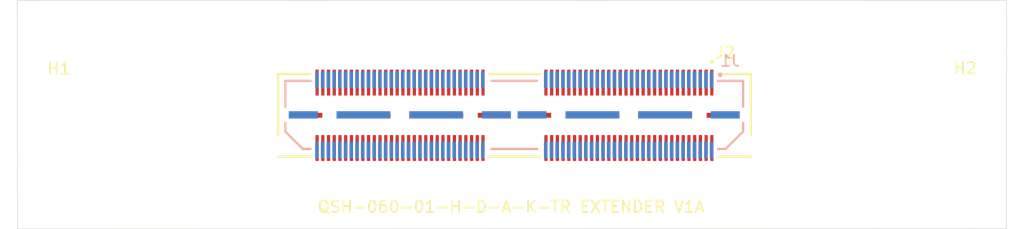
<source format=kicad_pcb>
(kicad_pcb (version 20171130) (host pcbnew 5.1.10-88a1d61d58~88~ubuntu18.04.1)

  (general
    (thickness 1.6)
    (drawings 5)
    (tracks 0)
    (zones 0)
    (modules 4)
    (nets 123)
  )

  (page A4)
  (layers
    (0 F.Cu signal)
    (31 B.Cu signal)
    (32 B.Adhes user)
    (33 F.Adhes user)
    (34 B.Paste user)
    (35 F.Paste user)
    (36 B.SilkS user)
    (37 F.SilkS user)
    (38 B.Mask user)
    (39 F.Mask user)
    (40 Dwgs.User user)
    (41 Cmts.User user)
    (42 Eco1.User user)
    (43 Eco2.User user)
    (44 Edge.Cuts user)
    (45 Margin user)
    (46 B.CrtYd user)
    (47 F.CrtYd user)
    (48 B.Fab user)
    (49 F.Fab user)
  )

  (setup
    (last_trace_width 0.25)
    (user_trace_width 0.2)
    (user_trace_width 0.3)
    (user_trace_width 0.35)
    (trace_clearance 0.2)
    (zone_clearance 0.508)
    (zone_45_only no)
    (trace_min 0.2)
    (via_size 0.8)
    (via_drill 0.4)
    (via_min_size 0.4)
    (via_min_drill 0.3)
    (uvia_size 0.3)
    (uvia_drill 0.1)
    (uvias_allowed no)
    (uvia_min_size 0.2)
    (uvia_min_drill 0.1)
    (edge_width 0.05)
    (segment_width 0.2)
    (pcb_text_width 0.3)
    (pcb_text_size 1.5 1.5)
    (mod_edge_width 0.12)
    (mod_text_size 1 1)
    (mod_text_width 0.15)
    (pad_size 1.524 1.524)
    (pad_drill 0.762)
    (pad_to_mask_clearance 0)
    (aux_axis_origin 0 0)
    (visible_elements FFFFFF7F)
    (pcbplotparams
      (layerselection 0x010f0_ffffffff)
      (usegerberextensions false)
      (usegerberattributes true)
      (usegerberadvancedattributes true)
      (creategerberjobfile true)
      (excludeedgelayer true)
      (linewidth 0.100000)
      (plotframeref false)
      (viasonmask false)
      (mode 1)
      (useauxorigin false)
      (hpglpennumber 1)
      (hpglpenspeed 20)
      (hpglpendiameter 15.000000)
      (psnegative false)
      (psa4output false)
      (plotreference true)
      (plotvalue true)
      (plotinvisibletext false)
      (padsonsilk false)
      (subtractmaskfromsilk false)
      (outputformat 1)
      (mirror false)
      (drillshape 0)
      (scaleselection 1)
      (outputdirectory "prod/V1A/"))
  )

  (net 0 "")
  (net 1 "Net-(J1-PadG1)")
  (net 2 "Net-(J1-Pad60)")
  (net 3 "Net-(J1-Pad59)")
  (net 4 "Net-(J1-Pad58)")
  (net 5 "Net-(J1-Pad57)")
  (net 6 "Net-(J1-Pad56)")
  (net 7 "Net-(J1-Pad55)")
  (net 8 "Net-(J1-Pad54)")
  (net 9 "Net-(J1-Pad53)")
  (net 10 "Net-(J1-Pad52)")
  (net 11 "Net-(J1-Pad51)")
  (net 12 "Net-(J1-Pad50)")
  (net 13 "Net-(J1-Pad49)")
  (net 14 "Net-(J1-Pad48)")
  (net 15 "Net-(J1-Pad47)")
  (net 16 "Net-(J1-Pad46)")
  (net 17 "Net-(J1-Pad45)")
  (net 18 "Net-(J1-Pad44)")
  (net 19 "Net-(J1-Pad43)")
  (net 20 "Net-(J1-Pad42)")
  (net 21 "Net-(J1-Pad41)")
  (net 22 "Net-(J1-Pad40)")
  (net 23 "Net-(J1-Pad39)")
  (net 24 "Net-(J1-Pad38)")
  (net 25 "Net-(J1-Pad37)")
  (net 26 "Net-(J1-Pad36)")
  (net 27 "Net-(J1-Pad35)")
  (net 28 "Net-(J1-Pad34)")
  (net 29 "Net-(J1-Pad33)")
  (net 30 "Net-(J1-Pad32)")
  (net 31 "Net-(J1-Pad31)")
  (net 32 "Net-(J1-Pad30)")
  (net 33 "Net-(J1-Pad29)")
  (net 34 "Net-(J1-Pad28)")
  (net 35 "Net-(J1-Pad27)")
  (net 36 "Net-(J1-Pad26)")
  (net 37 "Net-(J1-Pad25)")
  (net 38 "Net-(J1-Pad24)")
  (net 39 "Net-(J1-Pad23)")
  (net 40 "Net-(J1-Pad22)")
  (net 41 "Net-(J1-Pad21)")
  (net 42 "Net-(J1-Pad20)")
  (net 43 "Net-(J1-Pad19)")
  (net 44 "Net-(J1-Pad18)")
  (net 45 "Net-(J1-Pad17)")
  (net 46 "Net-(J1-Pad16)")
  (net 47 "Net-(J1-Pad15)")
  (net 48 "Net-(J1-Pad14)")
  (net 49 "Net-(J1-Pad13)")
  (net 50 "Net-(J1-Pad12)")
  (net 51 "Net-(J1-Pad11)")
  (net 52 "Net-(J1-Pad10)")
  (net 53 "Net-(J1-Pad09)")
  (net 54 "Net-(J1-Pad08)")
  (net 55 "Net-(J1-Pad07)")
  (net 56 "Net-(J1-Pad06)")
  (net 57 "Net-(J1-Pad05)")
  (net 58 "Net-(J1-Pad04)")
  (net 59 "Net-(J1-Pad03)")
  (net 60 "Net-(J1-Pad02)")
  (net 61 "Net-(J1-Pad01)")
  (net 62 "Net-(J2-PadG1_1)")
  (net 63 "Net-(J2-Pad60)")
  (net 64 "Net-(J2-Pad59)")
  (net 65 "Net-(J2-Pad58)")
  (net 66 "Net-(J2-Pad57)")
  (net 67 "Net-(J2-Pad56)")
  (net 68 "Net-(J2-Pad55)")
  (net 69 "Net-(J2-Pad54)")
  (net 70 "Net-(J2-Pad53)")
  (net 71 "Net-(J2-Pad52)")
  (net 72 "Net-(J2-Pad51)")
  (net 73 "Net-(J2-Pad50)")
  (net 74 "Net-(J2-Pad49)")
  (net 75 "Net-(J2-Pad48)")
  (net 76 "Net-(J2-Pad47)")
  (net 77 "Net-(J2-Pad46)")
  (net 78 "Net-(J2-Pad45)")
  (net 79 "Net-(J2-Pad44)")
  (net 80 "Net-(J2-Pad43)")
  (net 81 "Net-(J2-Pad42)")
  (net 82 "Net-(J2-Pad41)")
  (net 83 "Net-(J2-Pad40)")
  (net 84 "Net-(J2-Pad39)")
  (net 85 "Net-(J2-Pad38)")
  (net 86 "Net-(J2-Pad37)")
  (net 87 "Net-(J2-Pad36)")
  (net 88 "Net-(J2-Pad35)")
  (net 89 "Net-(J2-Pad34)")
  (net 90 "Net-(J2-Pad33)")
  (net 91 "Net-(J2-Pad32)")
  (net 92 "Net-(J2-Pad31)")
  (net 93 "Net-(J2-Pad30)")
  (net 94 "Net-(J2-Pad29)")
  (net 95 "Net-(J2-Pad28)")
  (net 96 "Net-(J2-Pad27)")
  (net 97 "Net-(J2-Pad26)")
  (net 98 "Net-(J2-Pad25)")
  (net 99 "Net-(J2-Pad24)")
  (net 100 "Net-(J2-Pad23)")
  (net 101 "Net-(J2-Pad22)")
  (net 102 "Net-(J2-Pad21)")
  (net 103 "Net-(J2-Pad20)")
  (net 104 "Net-(J2-Pad19)")
  (net 105 "Net-(J2-Pad18)")
  (net 106 "Net-(J2-Pad17)")
  (net 107 "Net-(J2-Pad16)")
  (net 108 "Net-(J2-Pad15)")
  (net 109 "Net-(J2-Pad14)")
  (net 110 "Net-(J2-Pad13)")
  (net 111 "Net-(J2-Pad12)")
  (net 112 "Net-(J2-Pad11)")
  (net 113 "Net-(J2-Pad10)")
  (net 114 "Net-(J2-Pad09)")
  (net 115 "Net-(J2-Pad08)")
  (net 116 "Net-(J2-Pad07)")
  (net 117 "Net-(J2-Pad06)")
  (net 118 "Net-(J2-Pad05)")
  (net 119 "Net-(J2-Pad04)")
  (net 120 "Net-(J2-Pad03)")
  (net 121 "Net-(J2-Pad02)")
  (net 122 "Net-(J2-Pad01)")

  (net_class Default "This is the default net class."
    (clearance 0.2)
    (trace_width 0.25)
    (via_dia 0.8)
    (via_drill 0.4)
    (uvia_dia 0.3)
    (uvia_drill 0.1)
    (add_net "Net-(J1-Pad01)")
    (add_net "Net-(J1-Pad02)")
    (add_net "Net-(J1-Pad03)")
    (add_net "Net-(J1-Pad04)")
    (add_net "Net-(J1-Pad05)")
    (add_net "Net-(J1-Pad06)")
    (add_net "Net-(J1-Pad07)")
    (add_net "Net-(J1-Pad08)")
    (add_net "Net-(J1-Pad09)")
    (add_net "Net-(J1-Pad10)")
    (add_net "Net-(J1-Pad11)")
    (add_net "Net-(J1-Pad12)")
    (add_net "Net-(J1-Pad13)")
    (add_net "Net-(J1-Pad14)")
    (add_net "Net-(J1-Pad15)")
    (add_net "Net-(J1-Pad16)")
    (add_net "Net-(J1-Pad17)")
    (add_net "Net-(J1-Pad18)")
    (add_net "Net-(J1-Pad19)")
    (add_net "Net-(J1-Pad20)")
    (add_net "Net-(J1-Pad21)")
    (add_net "Net-(J1-Pad22)")
    (add_net "Net-(J1-Pad23)")
    (add_net "Net-(J1-Pad24)")
    (add_net "Net-(J1-Pad25)")
    (add_net "Net-(J1-Pad26)")
    (add_net "Net-(J1-Pad27)")
    (add_net "Net-(J1-Pad28)")
    (add_net "Net-(J1-Pad29)")
    (add_net "Net-(J1-Pad30)")
    (add_net "Net-(J1-Pad31)")
    (add_net "Net-(J1-Pad32)")
    (add_net "Net-(J1-Pad33)")
    (add_net "Net-(J1-Pad34)")
    (add_net "Net-(J1-Pad35)")
    (add_net "Net-(J1-Pad36)")
    (add_net "Net-(J1-Pad37)")
    (add_net "Net-(J1-Pad38)")
    (add_net "Net-(J1-Pad39)")
    (add_net "Net-(J1-Pad40)")
    (add_net "Net-(J1-Pad41)")
    (add_net "Net-(J1-Pad42)")
    (add_net "Net-(J1-Pad43)")
    (add_net "Net-(J1-Pad44)")
    (add_net "Net-(J1-Pad45)")
    (add_net "Net-(J1-Pad46)")
    (add_net "Net-(J1-Pad47)")
    (add_net "Net-(J1-Pad48)")
    (add_net "Net-(J1-Pad49)")
    (add_net "Net-(J1-Pad50)")
    (add_net "Net-(J1-Pad51)")
    (add_net "Net-(J1-Pad52)")
    (add_net "Net-(J1-Pad53)")
    (add_net "Net-(J1-Pad54)")
    (add_net "Net-(J1-Pad55)")
    (add_net "Net-(J1-Pad56)")
    (add_net "Net-(J1-Pad57)")
    (add_net "Net-(J1-Pad58)")
    (add_net "Net-(J1-Pad59)")
    (add_net "Net-(J1-Pad60)")
    (add_net "Net-(J1-PadG1)")
    (add_net "Net-(J2-Pad01)")
    (add_net "Net-(J2-Pad02)")
    (add_net "Net-(J2-Pad03)")
    (add_net "Net-(J2-Pad04)")
    (add_net "Net-(J2-Pad05)")
    (add_net "Net-(J2-Pad06)")
    (add_net "Net-(J2-Pad07)")
    (add_net "Net-(J2-Pad08)")
    (add_net "Net-(J2-Pad09)")
    (add_net "Net-(J2-Pad10)")
    (add_net "Net-(J2-Pad11)")
    (add_net "Net-(J2-Pad12)")
    (add_net "Net-(J2-Pad13)")
    (add_net "Net-(J2-Pad14)")
    (add_net "Net-(J2-Pad15)")
    (add_net "Net-(J2-Pad16)")
    (add_net "Net-(J2-Pad17)")
    (add_net "Net-(J2-Pad18)")
    (add_net "Net-(J2-Pad19)")
    (add_net "Net-(J2-Pad20)")
    (add_net "Net-(J2-Pad21)")
    (add_net "Net-(J2-Pad22)")
    (add_net "Net-(J2-Pad23)")
    (add_net "Net-(J2-Pad24)")
    (add_net "Net-(J2-Pad25)")
    (add_net "Net-(J2-Pad26)")
    (add_net "Net-(J2-Pad27)")
    (add_net "Net-(J2-Pad28)")
    (add_net "Net-(J2-Pad29)")
    (add_net "Net-(J2-Pad30)")
    (add_net "Net-(J2-Pad31)")
    (add_net "Net-(J2-Pad32)")
    (add_net "Net-(J2-Pad33)")
    (add_net "Net-(J2-Pad34)")
    (add_net "Net-(J2-Pad35)")
    (add_net "Net-(J2-Pad36)")
    (add_net "Net-(J2-Pad37)")
    (add_net "Net-(J2-Pad38)")
    (add_net "Net-(J2-Pad39)")
    (add_net "Net-(J2-Pad40)")
    (add_net "Net-(J2-Pad41)")
    (add_net "Net-(J2-Pad42)")
    (add_net "Net-(J2-Pad43)")
    (add_net "Net-(J2-Pad44)")
    (add_net "Net-(J2-Pad45)")
    (add_net "Net-(J2-Pad46)")
    (add_net "Net-(J2-Pad47)")
    (add_net "Net-(J2-Pad48)")
    (add_net "Net-(J2-Pad49)")
    (add_net "Net-(J2-Pad50)")
    (add_net "Net-(J2-Pad51)")
    (add_net "Net-(J2-Pad52)")
    (add_net "Net-(J2-Pad53)")
    (add_net "Net-(J2-Pad54)")
    (add_net "Net-(J2-Pad55)")
    (add_net "Net-(J2-Pad56)")
    (add_net "Net-(J2-Pad57)")
    (add_net "Net-(J2-Pad58)")
    (add_net "Net-(J2-Pad59)")
    (add_net "Net-(J2-Pad60)")
    (add_net "Net-(J2-PadG1_1)")
  )

  (module footprints:SAMTEC_QSH-060-01-X-D-A (layer F.Cu) (tedit 61B177E7) (tstamp 61B25D91)
    (at 170.26005 100.065 180)
    (path /61B2FF73)
    (fp_text reference J2 (at -18.41995 5.485 180) (layer F.SilkS)
      (effects (font (size 1 1) (thickness 0.15)))
    )
    (fp_text value QSH-060-01-X-D-A (at -5.895 5.865) (layer F.Fab)
      (effects (font (size 1 1) (thickness 0.15)))
    )
    (fp_line (start 17.75 -3.62) (end 20.655 -3.62) (layer F.SilkS) (width 0.2))
    (fp_line (start 20.655 3.62) (end 17.75 3.62) (layer F.SilkS) (width 0.2))
    (fp_line (start 20.655 -1.75) (end 20.655 3.62) (layer F.SilkS) (width 0.2))
    (fp_line (start -2.26 3.62) (end 2.26 3.62) (layer F.SilkS) (width 0.2))
    (fp_line (start -2.26 -3.62) (end 2.26 -3.62) (layer F.SilkS) (width 0.2))
    (fp_line (start -17.75 3.62) (end -20.655 3.62) (layer F.SilkS) (width 0.2))
    (fp_line (start -20.655 -3.62) (end -17.75 -3.62) (layer F.SilkS) (width 0.2))
    (fp_line (start -20.655 3.62) (end -20.655 -1.75) (layer F.SilkS) (width 0.2))
    (fp_line (start -20.905 -4.25) (end -20.905 4.25) (layer F.CrtYd) (width 0.05))
    (fp_line (start 20.905 -4.25) (end -20.905 -4.25) (layer F.CrtYd) (width 0.05))
    (fp_line (start 20.905 4.25) (end 20.905 -4.25) (layer F.CrtYd) (width 0.05))
    (fp_line (start -20.905 4.25) (end 20.905 4.25) (layer F.CrtYd) (width 0.05))
    (fp_circle (center -17.2529 4.7) (end -17.1529 4.7) (layer F.Fab) (width 0.2))
    (fp_circle (center -17.2529 4.7) (end -17.1529 4.7) (layer F.SilkS) (width 0.2))
    (fp_line (start -20.655 3.62) (end -20.655 -3.62) (layer F.Fab) (width 0.1))
    (fp_line (start 20.655 3.62) (end -20.655 3.62) (layer F.Fab) (width 0.1))
    (fp_line (start 20.655 -3.62) (end 20.655 3.62) (layer F.Fab) (width 0.1))
    (fp_line (start -20.655 -3.62) (end 20.655 -3.62) (layer F.Fab) (width 0.1))
    (pad None np_thru_hole circle (at 20.065 -2.67 180) (size 1.02 1.02) (drill 1.02) (layers *.Cu *.Mask))
    (pad None np_thru_hole circle (at -20.065 -2.67 180) (size 1.02 1.02) (drill 1.02) (layers *.Cu *.Mask))
    (pad G2_4 smd rect (at 18.0665 0 180) (size 2.54 0.43) (layers F.Cu F.Paste F.Mask))
    (pad G2_3 smd rect (at 13.1765 0 180) (size 4.7 0.43) (layers F.Cu F.Paste F.Mask))
    (pad G2_2 smd rect (at 6.8265 0 180) (size 4.7 0.43) (layers F.Cu F.Paste F.Mask))
    (pad G2_1 smd rect (at 1.9365 0 180) (size 2.54 0.43) (layers F.Cu F.Paste F.Mask))
    (pad G1_4 smd rect (at -1.9365 0 180) (size 2.54 0.43) (layers F.Cu F.Paste F.Mask)
      (net 62 "Net-(J2-PadG1_1)"))
    (pad G1_3 smd rect (at -6.8265 0 180) (size 4.7 0.43) (layers F.Cu F.Paste F.Mask)
      (net 62 "Net-(J2-PadG1_1)"))
    (pad G1_2 smd rect (at -13.1765 0 180) (size 4.7 0.43) (layers F.Cu F.Paste F.Mask)
      (net 62 "Net-(J2-PadG1_1)"))
    (pad G1_1 smd rect (at -18.0665 0 180) (size 2.54 0.43) (layers F.Cu F.Paste F.Mask)
      (net 62 "Net-(J2-PadG1_1)"))
    (pad 120 smd rect (at 17.2529 -2.865 180) (size 0.279 2.27) (layers F.Cu F.Paste F.Mask))
    (pad 119 smd rect (at 17.2529 2.865 180) (size 0.279 2.27) (layers F.Cu F.Paste F.Mask))
    (pad 118 smd rect (at 16.7528 -2.865 180) (size 0.279 2.27) (layers F.Cu F.Paste F.Mask))
    (pad 117 smd rect (at 16.7528 2.865 180) (size 0.279 2.27) (layers F.Cu F.Paste F.Mask))
    (pad 116 smd rect (at 16.2527 -2.865 180) (size 0.279 2.27) (layers F.Cu F.Paste F.Mask))
    (pad 115 smd rect (at 16.2527 2.865 180) (size 0.279 2.27) (layers F.Cu F.Paste F.Mask))
    (pad 114 smd rect (at 15.7526 -2.865 180) (size 0.279 2.27) (layers F.Cu F.Paste F.Mask))
    (pad 113 smd rect (at 15.7526 2.865 180) (size 0.279 2.27) (layers F.Cu F.Paste F.Mask))
    (pad 112 smd rect (at 15.2525 -2.865 180) (size 0.279 2.27) (layers F.Cu F.Paste F.Mask))
    (pad 111 smd rect (at 15.2525 2.865 180) (size 0.279 2.27) (layers F.Cu F.Paste F.Mask))
    (pad 110 smd rect (at 14.7524 -2.865 180) (size 0.279 2.27) (layers F.Cu F.Paste F.Mask))
    (pad 109 smd rect (at 14.7524 2.865 180) (size 0.279 2.27) (layers F.Cu F.Paste F.Mask))
    (pad 108 smd rect (at 14.2523 -2.865 180) (size 0.279 2.27) (layers F.Cu F.Paste F.Mask))
    (pad 107 smd rect (at 14.2523 2.865 180) (size 0.279 2.27) (layers F.Cu F.Paste F.Mask))
    (pad 106 smd rect (at 13.7523 -2.865 180) (size 0.279 2.27) (layers F.Cu F.Paste F.Mask))
    (pad 105 smd rect (at 13.7523 2.865 180) (size 0.279 2.27) (layers F.Cu F.Paste F.Mask))
    (pad 104 smd rect (at 13.2522 -2.865 180) (size 0.279 2.27) (layers F.Cu F.Paste F.Mask))
    (pad 103 smd rect (at 13.2522 2.865 180) (size 0.279 2.27) (layers F.Cu F.Paste F.Mask))
    (pad 102 smd rect (at 12.7521 -2.865 180) (size 0.279 2.27) (layers F.Cu F.Paste F.Mask))
    (pad 101 smd rect (at 12.7521 2.865 180) (size 0.279 2.27) (layers F.Cu F.Paste F.Mask))
    (pad 100 smd rect (at 12.252 -2.865 180) (size 0.279 2.27) (layers F.Cu F.Paste F.Mask))
    (pad 99 smd rect (at 12.252 2.865 180) (size 0.279 2.27) (layers F.Cu F.Paste F.Mask))
    (pad 98 smd rect (at 11.7518 -2.865 180) (size 0.279 2.27) (layers F.Cu F.Paste F.Mask))
    (pad 97 smd rect (at 11.7518 2.865 180) (size 0.279 2.27) (layers F.Cu F.Paste F.Mask))
    (pad 96 smd rect (at 11.2517 -2.865 180) (size 0.279 2.27) (layers F.Cu F.Paste F.Mask))
    (pad 95 smd rect (at 11.2517 2.865 180) (size 0.279 2.27) (layers F.Cu F.Paste F.Mask))
    (pad 94 smd rect (at 10.7516 -2.865 180) (size 0.279 2.27) (layers F.Cu F.Paste F.Mask))
    (pad 93 smd rect (at 10.7516 2.865 180) (size 0.279 2.27) (layers F.Cu F.Paste F.Mask))
    (pad 92 smd rect (at 10.2515 -2.865 180) (size 0.279 2.27) (layers F.Cu F.Paste F.Mask))
    (pad 91 smd rect (at 10.2515 2.865 180) (size 0.279 2.27) (layers F.Cu F.Paste F.Mask))
    (pad 90 smd rect (at 9.75145 -2.865 180) (size 0.279 2.27) (layers F.Cu F.Paste F.Mask))
    (pad 89 smd rect (at 9.75145 2.865 180) (size 0.279 2.27) (layers F.Cu F.Paste F.Mask))
    (pad 88 smd rect (at 9.25135 -2.865 180) (size 0.279 2.27) (layers F.Cu F.Paste F.Mask))
    (pad 87 smd rect (at 9.25135 2.865 180) (size 0.279 2.27) (layers F.Cu F.Paste F.Mask))
    (pad 86 smd rect (at 8.75125 -2.865 180) (size 0.279 2.27) (layers F.Cu F.Paste F.Mask))
    (pad 85 smd rect (at 8.75125 2.865 180) (size 0.279 2.27) (layers F.Cu F.Paste F.Mask))
    (pad 84 smd rect (at 8.25115 -2.865 180) (size 0.279 2.27) (layers F.Cu F.Paste F.Mask))
    (pad 83 smd rect (at 8.25115 2.865 180) (size 0.279 2.27) (layers F.Cu F.Paste F.Mask))
    (pad 82 smd rect (at 7.75105 -2.865 180) (size 0.279 2.27) (layers F.Cu F.Paste F.Mask))
    (pad 81 smd rect (at 7.75105 2.865 180) (size 0.279 2.27) (layers F.Cu F.Paste F.Mask))
    (pad 80 smd rect (at 7.25095 -2.865 180) (size 0.279 2.27) (layers F.Cu F.Paste F.Mask))
    (pad 79 smd rect (at 7.25095 2.865 180) (size 0.279 2.27) (layers F.Cu F.Paste F.Mask))
    (pad 78 smd rect (at 6.75085 -2.865 180) (size 0.279 2.27) (layers F.Cu F.Paste F.Mask))
    (pad 77 smd rect (at 6.75085 2.865 180) (size 0.279 2.27) (layers F.Cu F.Paste F.Mask))
    (pad 76 smd rect (at 6.25075 -2.865 180) (size 0.279 2.27) (layers F.Cu F.Paste F.Mask))
    (pad 75 smd rect (at 6.25075 2.865 180) (size 0.279 2.27) (layers F.Cu F.Paste F.Mask))
    (pad 74 smd rect (at 5.75065 -2.865 180) (size 0.279 2.27) (layers F.Cu F.Paste F.Mask))
    (pad 73 smd rect (at 5.75065 2.865 180) (size 0.279 2.27) (layers F.Cu F.Paste F.Mask))
    (pad 72 smd rect (at 5.25055 -2.865 180) (size 0.279 2.27) (layers F.Cu F.Paste F.Mask))
    (pad 71 smd rect (at 5.25055 2.865 180) (size 0.279 2.27) (layers F.Cu F.Paste F.Mask))
    (pad 70 smd rect (at 4.75045 -2.865 180) (size 0.279 2.27) (layers F.Cu F.Paste F.Mask))
    (pad 69 smd rect (at 4.75045 2.865 180) (size 0.279 2.27) (layers F.Cu F.Paste F.Mask))
    (pad 68 smd rect (at 4.25035 -2.865 180) (size 0.279 2.27) (layers F.Cu F.Paste F.Mask))
    (pad 67 smd rect (at 4.25035 2.865 180) (size 0.279 2.27) (layers F.Cu F.Paste F.Mask))
    (pad 66 smd rect (at 3.75025 -2.865 180) (size 0.279 2.27) (layers F.Cu F.Paste F.Mask))
    (pad 65 smd rect (at 3.75025 2.865 180) (size 0.279 2.27) (layers F.Cu F.Paste F.Mask))
    (pad 64 smd rect (at 3.25015 -2.865 180) (size 0.279 2.27) (layers F.Cu F.Paste F.Mask))
    (pad 63 smd rect (at 3.25015 2.865 180) (size 0.279 2.27) (layers F.Cu F.Paste F.Mask))
    (pad 62 smd rect (at 2.75005 -2.865 180) (size 0.279 2.27) (layers F.Cu F.Paste F.Mask))
    (pad 61 smd rect (at 2.75005 2.865 180) (size 0.279 2.27) (layers F.Cu F.Paste F.Mask))
    (pad 60 smd rect (at -2.75005 -2.865 180) (size 0.279 2.27) (layers F.Cu F.Paste F.Mask)
      (net 63 "Net-(J2-Pad60)"))
    (pad 59 smd rect (at -2.75005 2.865 180) (size 0.279 2.27) (layers F.Cu F.Paste F.Mask)
      (net 64 "Net-(J2-Pad59)"))
    (pad 58 smd rect (at -3.25015 -2.865 180) (size 0.279 2.27) (layers F.Cu F.Paste F.Mask)
      (net 65 "Net-(J2-Pad58)"))
    (pad 57 smd rect (at -3.25015 2.865 180) (size 0.279 2.27) (layers F.Cu F.Paste F.Mask)
      (net 66 "Net-(J2-Pad57)"))
    (pad 56 smd rect (at -3.75025 -2.865 180) (size 0.279 2.27) (layers F.Cu F.Paste F.Mask)
      (net 67 "Net-(J2-Pad56)"))
    (pad 55 smd rect (at -3.75025 2.865 180) (size 0.279 2.27) (layers F.Cu F.Paste F.Mask)
      (net 68 "Net-(J2-Pad55)"))
    (pad 54 smd rect (at -4.25035 -2.865 180) (size 0.279 2.27) (layers F.Cu F.Paste F.Mask)
      (net 69 "Net-(J2-Pad54)"))
    (pad 53 smd rect (at -4.25035 2.865 180) (size 0.279 2.27) (layers F.Cu F.Paste F.Mask)
      (net 70 "Net-(J2-Pad53)"))
    (pad 52 smd rect (at -4.75045 -2.865 180) (size 0.279 2.27) (layers F.Cu F.Paste F.Mask)
      (net 71 "Net-(J2-Pad52)"))
    (pad 51 smd rect (at -4.75045 2.865 180) (size 0.279 2.27) (layers F.Cu F.Paste F.Mask)
      (net 72 "Net-(J2-Pad51)"))
    (pad 50 smd rect (at -5.25055 -2.865 180) (size 0.279 2.27) (layers F.Cu F.Paste F.Mask)
      (net 73 "Net-(J2-Pad50)"))
    (pad 49 smd rect (at -5.25055 2.865 180) (size 0.279 2.27) (layers F.Cu F.Paste F.Mask)
      (net 74 "Net-(J2-Pad49)"))
    (pad 48 smd rect (at -5.75065 -2.865 180) (size 0.279 2.27) (layers F.Cu F.Paste F.Mask)
      (net 75 "Net-(J2-Pad48)"))
    (pad 47 smd rect (at -5.75065 2.865 180) (size 0.279 2.27) (layers F.Cu F.Paste F.Mask)
      (net 76 "Net-(J2-Pad47)"))
    (pad 46 smd rect (at -6.25075 -2.865 180) (size 0.279 2.27) (layers F.Cu F.Paste F.Mask)
      (net 77 "Net-(J2-Pad46)"))
    (pad 45 smd rect (at -6.25075 2.865 180) (size 0.279 2.27) (layers F.Cu F.Paste F.Mask)
      (net 78 "Net-(J2-Pad45)"))
    (pad 44 smd rect (at -6.75085 -2.865 180) (size 0.279 2.27) (layers F.Cu F.Paste F.Mask)
      (net 79 "Net-(J2-Pad44)"))
    (pad 43 smd rect (at -6.75085 2.865 180) (size 0.279 2.27) (layers F.Cu F.Paste F.Mask)
      (net 80 "Net-(J2-Pad43)"))
    (pad 42 smd rect (at -7.25095 -2.865 180) (size 0.279 2.27) (layers F.Cu F.Paste F.Mask)
      (net 81 "Net-(J2-Pad42)"))
    (pad 41 smd rect (at -7.25095 2.865 180) (size 0.279 2.27) (layers F.Cu F.Paste F.Mask)
      (net 82 "Net-(J2-Pad41)"))
    (pad 40 smd rect (at -7.75105 -2.865 180) (size 0.279 2.27) (layers F.Cu F.Paste F.Mask)
      (net 83 "Net-(J2-Pad40)"))
    (pad 39 smd rect (at -7.75105 2.865 180) (size 0.279 2.27) (layers F.Cu F.Paste F.Mask)
      (net 84 "Net-(J2-Pad39)"))
    (pad 38 smd rect (at -8.25115 -2.865 180) (size 0.279 2.27) (layers F.Cu F.Paste F.Mask)
      (net 85 "Net-(J2-Pad38)"))
    (pad 37 smd rect (at -8.25115 2.865 180) (size 0.279 2.27) (layers F.Cu F.Paste F.Mask)
      (net 86 "Net-(J2-Pad37)"))
    (pad 36 smd rect (at -8.75125 -2.865 180) (size 0.279 2.27) (layers F.Cu F.Paste F.Mask)
      (net 87 "Net-(J2-Pad36)"))
    (pad 35 smd rect (at -8.75125 2.865 180) (size 0.279 2.27) (layers F.Cu F.Paste F.Mask)
      (net 88 "Net-(J2-Pad35)"))
    (pad 34 smd rect (at -9.25135 -2.865 180) (size 0.279 2.27) (layers F.Cu F.Paste F.Mask)
      (net 89 "Net-(J2-Pad34)"))
    (pad 33 smd rect (at -9.25135 2.865 180) (size 0.279 2.27) (layers F.Cu F.Paste F.Mask)
      (net 90 "Net-(J2-Pad33)"))
    (pad 32 smd rect (at -9.75145 -2.865 180) (size 0.279 2.27) (layers F.Cu F.Paste F.Mask)
      (net 91 "Net-(J2-Pad32)"))
    (pad 31 smd rect (at -9.75145 2.865 180) (size 0.279 2.27) (layers F.Cu F.Paste F.Mask)
      (net 92 "Net-(J2-Pad31)"))
    (pad 30 smd rect (at -10.2515 -2.865 180) (size 0.279 2.27) (layers F.Cu F.Paste F.Mask)
      (net 93 "Net-(J2-Pad30)"))
    (pad 29 smd rect (at -10.2515 2.865 180) (size 0.279 2.27) (layers F.Cu F.Paste F.Mask)
      (net 94 "Net-(J2-Pad29)"))
    (pad 28 smd rect (at -10.7516 -2.865 180) (size 0.279 2.27) (layers F.Cu F.Paste F.Mask)
      (net 95 "Net-(J2-Pad28)"))
    (pad 27 smd rect (at -10.7516 2.865 180) (size 0.279 2.27) (layers F.Cu F.Paste F.Mask)
      (net 96 "Net-(J2-Pad27)"))
    (pad 26 smd rect (at -11.2517 -2.865 180) (size 0.279 2.27) (layers F.Cu F.Paste F.Mask)
      (net 97 "Net-(J2-Pad26)"))
    (pad 25 smd rect (at -11.2517 2.865 180) (size 0.279 2.27) (layers F.Cu F.Paste F.Mask)
      (net 98 "Net-(J2-Pad25)"))
    (pad 24 smd rect (at -11.7518 -2.865 180) (size 0.279 2.27) (layers F.Cu F.Paste F.Mask)
      (net 99 "Net-(J2-Pad24)"))
    (pad 23 smd rect (at -11.7518 2.865 180) (size 0.279 2.27) (layers F.Cu F.Paste F.Mask)
      (net 100 "Net-(J2-Pad23)"))
    (pad 22 smd rect (at -12.252 -2.865 180) (size 0.279 2.27) (layers F.Cu F.Paste F.Mask)
      (net 101 "Net-(J2-Pad22)"))
    (pad 21 smd rect (at -12.252 2.865 180) (size 0.279 2.27) (layers F.Cu F.Paste F.Mask)
      (net 102 "Net-(J2-Pad21)"))
    (pad 20 smd rect (at -12.7521 -2.865 180) (size 0.279 2.27) (layers F.Cu F.Paste F.Mask)
      (net 103 "Net-(J2-Pad20)"))
    (pad 19 smd rect (at -12.7521 2.865 180) (size 0.279 2.27) (layers F.Cu F.Paste F.Mask)
      (net 104 "Net-(J2-Pad19)"))
    (pad 18 smd rect (at -13.2522 -2.865 180) (size 0.279 2.27) (layers F.Cu F.Paste F.Mask)
      (net 105 "Net-(J2-Pad18)"))
    (pad 17 smd rect (at -13.2522 2.865 180) (size 0.279 2.27) (layers F.Cu F.Paste F.Mask)
      (net 106 "Net-(J2-Pad17)"))
    (pad 16 smd rect (at -13.7523 -2.865 180) (size 0.279 2.27) (layers F.Cu F.Paste F.Mask)
      (net 107 "Net-(J2-Pad16)"))
    (pad 15 smd rect (at -13.7523 2.865 180) (size 0.279 2.27) (layers F.Cu F.Paste F.Mask)
      (net 108 "Net-(J2-Pad15)"))
    (pad 14 smd rect (at -14.2523 -2.865 180) (size 0.279 2.27) (layers F.Cu F.Paste F.Mask)
      (net 109 "Net-(J2-Pad14)"))
    (pad 13 smd rect (at -14.2523 2.865 180) (size 0.279 2.27) (layers F.Cu F.Paste F.Mask)
      (net 110 "Net-(J2-Pad13)"))
    (pad 12 smd rect (at -14.7524 -2.865 180) (size 0.279 2.27) (layers F.Cu F.Paste F.Mask)
      (net 111 "Net-(J2-Pad12)"))
    (pad 11 smd rect (at -14.7524 2.865 180) (size 0.279 2.27) (layers F.Cu F.Paste F.Mask)
      (net 112 "Net-(J2-Pad11)"))
    (pad 10 smd rect (at -15.2525 -2.865 180) (size 0.279 2.27) (layers F.Cu F.Paste F.Mask)
      (net 113 "Net-(J2-Pad10)"))
    (pad 09 smd rect (at -15.2525 2.865 180) (size 0.279 2.27) (layers F.Cu F.Paste F.Mask)
      (net 114 "Net-(J2-Pad09)"))
    (pad 08 smd rect (at -15.7526 -2.865 180) (size 0.279 2.27) (layers F.Cu F.Paste F.Mask)
      (net 115 "Net-(J2-Pad08)"))
    (pad 07 smd rect (at -15.7526 2.865 180) (size 0.279 2.27) (layers F.Cu F.Paste F.Mask)
      (net 116 "Net-(J2-Pad07)"))
    (pad 06 smd rect (at -16.2527 -2.865 180) (size 0.279 2.27) (layers F.Cu F.Paste F.Mask)
      (net 117 "Net-(J2-Pad06)"))
    (pad 05 smd rect (at -16.2527 2.865 180) (size 0.279 2.27) (layers F.Cu F.Paste F.Mask)
      (net 118 "Net-(J2-Pad05)"))
    (pad 04 smd rect (at -16.7528 -2.865 180) (size 0.279 2.27) (layers F.Cu F.Paste F.Mask)
      (net 119 "Net-(J2-Pad04)"))
    (pad 03 smd rect (at -16.7528 2.865 180) (size 0.279 2.27) (layers F.Cu F.Paste F.Mask)
      (net 120 "Net-(J2-Pad03)"))
    (pad 02 smd rect (at -17.2529 -2.865 180) (size 0.279 2.27) (layers F.Cu F.Paste F.Mask)
      (net 121 "Net-(J2-Pad02)"))
    (pad 01 smd rect (at -17.2529 2.865 180) (size 0.279 2.27) (layers F.Cu F.Paste F.Mask)
      (net 122 "Net-(J2-Pad01)"))
    (model ${KIPRJMOD}/3d_models/QSH-060-01-X-D-A.step
      (at (xyz 0 0 0))
      (scale (xyz 1 1 1))
      (rotate (xyz -90 0 0))
    )
  )

  (module footprints:SAMTEC_QTH-060-01-X-D-A (layer B.Cu) (tedit 61B17812) (tstamp 61B25CF9)
    (at 170.24 100.03 180)
    (path /61B2B6C8)
    (fp_text reference J1 (at -18.86 4.75) (layer B.SilkS)
      (effects (font (size 1 1) (thickness 0.15)) (justify mirror))
    )
    (fp_text value QTH-060-01-X-D-A (at -5.395 -5.465) (layer B.Fab)
      (effects (font (size 1 1) (thickness 0.15)) (justify mirror))
    )
    (fp_line (start -2 -2.985) (end 2 -2.985) (layer B.SilkS) (width 0.2))
    (fp_line (start -2 2.985) (end 2 2.985) (layer B.SilkS) (width 0.2))
    (fp_line (start -20.25 -4.065) (end -20.25 4.065) (layer B.CrtYd) (width 0.05))
    (fp_line (start 20.25 -4.065) (end -20.25 -4.065) (layer B.CrtYd) (width 0.05))
    (fp_line (start 20.25 4.065) (end 20.25 -4.065) (layer B.CrtYd) (width 0.05))
    (fp_line (start -20.25 4.065) (end 20.25 4.065) (layer B.CrtYd) (width 0.05))
    (fp_circle (center -18 3.5) (end -17.9 3.5) (layer B.Fab) (width 0.2))
    (fp_circle (center -18 3.5) (end -17.9 3.5) (layer B.SilkS) (width 0.2))
    (fp_line (start 18.476 -2.985) (end 17.8 -2.985) (layer B.SilkS) (width 0.2))
    (fp_line (start 20.005 2.985) (end 17.8 2.985) (layer B.SilkS) (width 0.2))
    (fp_line (start 20.005 -1.461) (end 20.005 -0.7) (layer B.SilkS) (width 0.2))
    (fp_line (start 20.005 0.7) (end 20.005 2.985) (layer B.SilkS) (width 0.2))
    (fp_line (start -18.476 -2.985) (end -17.8 -2.985) (layer B.SilkS) (width 0.2))
    (fp_line (start -20.005 2.985) (end -17.8 2.985) (layer B.SilkS) (width 0.2))
    (fp_line (start -20.005 0.7) (end -20.005 2.985) (layer B.SilkS) (width 0.2))
    (fp_line (start -20.005 -1.461) (end -20.005 -0.7) (layer B.SilkS) (width 0.2))
    (fp_line (start 20.005 -1.461) (end 18.476 -2.985) (layer B.SilkS) (width 0.2))
    (fp_line (start -18.476 -2.985) (end -20.005 -1.461) (layer B.SilkS) (width 0.2))
    (fp_line (start -20.005 -1.461) (end -20.005 2.985) (layer B.Fab) (width 0.1))
    (fp_line (start -18.476 -2.985) (end -20.005 -1.461) (layer B.Fab) (width 0.1))
    (fp_line (start 18.476 -2.985) (end -18.476 -2.985) (layer B.Fab) (width 0.1))
    (fp_line (start 20.005 -1.461) (end 18.476 -2.985) (layer B.Fab) (width 0.1))
    (fp_line (start 20.005 2.985) (end 20.005 -1.461) (layer B.Fab) (width 0.1))
    (fp_line (start -20.005 2.985) (end 20.005 2.985) (layer B.Fab) (width 0.1))
    (pad G7 smd rect (at 13.181 0 180) (size 4.7 0.64) (layers B.Cu B.Paste B.Mask)
      (net 1 "Net-(J1-PadG1)"))
    (pad G6 smd rect (at 6.831 0 180) (size 4.7 0.64) (layers B.Cu B.Paste B.Mask)
      (net 1 "Net-(J1-PadG1)"))
    (pad G8 smd rect (at 18.44 0 180) (size 2.54 0.64) (layers B.Cu B.Paste B.Mask)
      (net 1 "Net-(J1-PadG1)"))
    (pad G5 smd rect (at 1.56 0 180) (size 2.54 0.64) (layers B.Cu B.Paste B.Mask)
      (net 1 "Net-(J1-PadG1)"))
    (pad 120 smd rect (at 17.25 -3.086 180) (size 0.305 1.45) (layers B.Cu B.Paste B.Mask))
    (pad 119 smd rect (at 17.25 3.086 180) (size 0.305 1.45) (layers B.Cu B.Paste B.Mask))
    (pad 118 smd rect (at 16.75 -3.086 180) (size 0.305 1.45) (layers B.Cu B.Paste B.Mask))
    (pad 117 smd rect (at 16.75 3.086 180) (size 0.305 1.45) (layers B.Cu B.Paste B.Mask))
    (pad 116 smd rect (at 16.25 -3.086 180) (size 0.305 1.45) (layers B.Cu B.Paste B.Mask))
    (pad 115 smd rect (at 16.25 3.086 180) (size 0.305 1.45) (layers B.Cu B.Paste B.Mask))
    (pad 114 smd rect (at 15.75 -3.086 180) (size 0.305 1.45) (layers B.Cu B.Paste B.Mask))
    (pad 113 smd rect (at 15.75 3.086 180) (size 0.305 1.45) (layers B.Cu B.Paste B.Mask))
    (pad 112 smd rect (at 15.25 -3.086 180) (size 0.305 1.45) (layers B.Cu B.Paste B.Mask))
    (pad 111 smd rect (at 15.25 3.086 180) (size 0.305 1.45) (layers B.Cu B.Paste B.Mask))
    (pad 110 smd rect (at 14.75 -3.086 180) (size 0.305 1.45) (layers B.Cu B.Paste B.Mask))
    (pad 109 smd rect (at 14.75 3.086 180) (size 0.305 1.45) (layers B.Cu B.Paste B.Mask))
    (pad 108 smd rect (at 14.25 -3.086 180) (size 0.305 1.45) (layers B.Cu B.Paste B.Mask))
    (pad 107 smd rect (at 14.25 3.086 180) (size 0.305 1.45) (layers B.Cu B.Paste B.Mask))
    (pad 106 smd rect (at 13.75 -3.086 180) (size 0.305 1.45) (layers B.Cu B.Paste B.Mask))
    (pad 105 smd rect (at 13.75 3.086 180) (size 0.305 1.45) (layers B.Cu B.Paste B.Mask))
    (pad 104 smd rect (at 13.25 -3.086 180) (size 0.305 1.45) (layers B.Cu B.Paste B.Mask))
    (pad 103 smd rect (at 13.25 3.086 180) (size 0.305 1.45) (layers B.Cu B.Paste B.Mask))
    (pad 102 smd rect (at 12.75 -3.086 180) (size 0.305 1.45) (layers B.Cu B.Paste B.Mask))
    (pad 101 smd rect (at 12.75 3.086 180) (size 0.305 1.45) (layers B.Cu B.Paste B.Mask))
    (pad 100 smd rect (at 12.25 -3.086 180) (size 0.305 1.45) (layers B.Cu B.Paste B.Mask))
    (pad 99 smd rect (at 12.25 3.086 180) (size 0.305 1.45) (layers B.Cu B.Paste B.Mask))
    (pad 98 smd rect (at 11.75 -3.086 180) (size 0.305 1.45) (layers B.Cu B.Paste B.Mask))
    (pad 97 smd rect (at 11.75 3.086 180) (size 0.305 1.45) (layers B.Cu B.Paste B.Mask))
    (pad 96 smd rect (at 11.25 -3.086 180) (size 0.305 1.45) (layers B.Cu B.Paste B.Mask))
    (pad 95 smd rect (at 11.25 3.086 180) (size 0.305 1.45) (layers B.Cu B.Paste B.Mask))
    (pad 94 smd rect (at 10.75 -3.086 180) (size 0.305 1.45) (layers B.Cu B.Paste B.Mask))
    (pad 93 smd rect (at 10.75 3.086 180) (size 0.305 1.45) (layers B.Cu B.Paste B.Mask))
    (pad 92 smd rect (at 10.25 -3.086 180) (size 0.305 1.45) (layers B.Cu B.Paste B.Mask))
    (pad 91 smd rect (at 10.25 3.086 180) (size 0.305 1.45) (layers B.Cu B.Paste B.Mask))
    (pad 90 smd rect (at 9.75 -3.086 180) (size 0.305 1.45) (layers B.Cu B.Paste B.Mask))
    (pad 89 smd rect (at 9.75 3.086 180) (size 0.305 1.45) (layers B.Cu B.Paste B.Mask))
    (pad 88 smd rect (at 9.25 -3.086 180) (size 0.305 1.45) (layers B.Cu B.Paste B.Mask))
    (pad 87 smd rect (at 9.25 3.086 180) (size 0.305 1.45) (layers B.Cu B.Paste B.Mask))
    (pad 86 smd rect (at 8.75 -3.086 180) (size 0.305 1.45) (layers B.Cu B.Paste B.Mask))
    (pad 85 smd rect (at 8.75 3.086 180) (size 0.305 1.45) (layers B.Cu B.Paste B.Mask))
    (pad 84 smd rect (at 8.25 -3.086 180) (size 0.305 1.45) (layers B.Cu B.Paste B.Mask))
    (pad 83 smd rect (at 8.25 3.086 180) (size 0.305 1.45) (layers B.Cu B.Paste B.Mask))
    (pad 82 smd rect (at 7.75 -3.086 180) (size 0.305 1.45) (layers B.Cu B.Paste B.Mask))
    (pad 81 smd rect (at 7.75 3.086 180) (size 0.305 1.45) (layers B.Cu B.Paste B.Mask))
    (pad 80 smd rect (at 7.25 -3.086 180) (size 0.305 1.45) (layers B.Cu B.Paste B.Mask))
    (pad 79 smd rect (at 7.25 3.086 180) (size 0.305 1.45) (layers B.Cu B.Paste B.Mask))
    (pad 78 smd rect (at 6.75 -3.086 180) (size 0.305 1.45) (layers B.Cu B.Paste B.Mask))
    (pad 77 smd rect (at 6.75 3.086 180) (size 0.305 1.45) (layers B.Cu B.Paste B.Mask))
    (pad 76 smd rect (at 6.25 -3.09 180) (size 0.305 1.45) (layers B.Cu B.Paste B.Mask))
    (pad 75 smd rect (at 6.25 3.086 180) (size 0.305 1.45) (layers B.Cu B.Paste B.Mask))
    (pad 74 smd rect (at 5.75 -3.086 180) (size 0.305 1.45) (layers B.Cu B.Paste B.Mask))
    (pad 73 smd rect (at 5.75 3.086 180) (size 0.305 1.45) (layers B.Cu B.Paste B.Mask))
    (pad 72 smd rect (at 5.25 -3.086 180) (size 0.305 1.45) (layers B.Cu B.Paste B.Mask))
    (pad 71 smd rect (at 5.25 3.086 180) (size 0.305 1.45) (layers B.Cu B.Paste B.Mask))
    (pad 70 smd rect (at 4.75 -3.086 180) (size 0.305 1.45) (layers B.Cu B.Paste B.Mask))
    (pad 69 smd rect (at 4.75 3.086 180) (size 0.305 1.45) (layers B.Cu B.Paste B.Mask))
    (pad 68 smd rect (at 4.25 -3.086 180) (size 0.305 1.45) (layers B.Cu B.Paste B.Mask))
    (pad 67 smd rect (at 4.25 3.086 180) (size 0.305 1.45) (layers B.Cu B.Paste B.Mask))
    (pad 66 smd rect (at 3.75 -3.086 180) (size 0.305 1.45) (layers B.Cu B.Paste B.Mask))
    (pad 65 smd rect (at 3.75 3.086 180) (size 0.305 1.45) (layers B.Cu B.Paste B.Mask))
    (pad 64 smd rect (at 3.25 -3.086 180) (size 0.305 1.45) (layers B.Cu B.Paste B.Mask))
    (pad 63 smd rect (at 3.25 3.086 180) (size 0.305 1.45) (layers B.Cu B.Paste B.Mask))
    (pad 62 smd rect (at 2.75 -3.086 180) (size 0.305 1.45) (layers B.Cu B.Paste B.Mask))
    (pad 61 smd rect (at 2.75 3.086 180) (size 0.305 1.45) (layers B.Cu B.Paste B.Mask))
    (pad G3 smd rect (at -6.831 0 180) (size 4.7 0.64) (layers B.Cu B.Paste B.Mask)
      (net 1 "Net-(J1-PadG1)"))
    (pad G2 smd rect (at -13.181 0 180) (size 4.7 0.64) (layers B.Cu B.Paste B.Mask)
      (net 1 "Net-(J1-PadG1)"))
    (pad G4 smd rect (at -1.56 0 180) (size 2.54 0.64) (layers B.Cu B.Paste B.Mask)
      (net 1 "Net-(J1-PadG1)"))
    (pad G1 smd rect (at -18.44 0 180) (size 2.54 0.64) (layers B.Cu B.Paste B.Mask)
      (net 1 "Net-(J1-PadG1)"))
    (pad 60 smd rect (at -2.75 -3.086 180) (size 0.305 1.45) (layers B.Cu B.Paste B.Mask)
      (net 2 "Net-(J1-Pad60)"))
    (pad 59 smd rect (at -2.75 3.086 180) (size 0.305 1.45) (layers B.Cu B.Paste B.Mask)
      (net 3 "Net-(J1-Pad59)"))
    (pad 58 smd rect (at -3.25 -3.086 180) (size 0.305 1.45) (layers B.Cu B.Paste B.Mask)
      (net 4 "Net-(J1-Pad58)"))
    (pad 57 smd rect (at -3.25 3.086 180) (size 0.305 1.45) (layers B.Cu B.Paste B.Mask)
      (net 5 "Net-(J1-Pad57)"))
    (pad 56 smd rect (at -3.75 -3.086 180) (size 0.305 1.45) (layers B.Cu B.Paste B.Mask)
      (net 6 "Net-(J1-Pad56)"))
    (pad 55 smd rect (at -3.75 3.086 180) (size 0.305 1.45) (layers B.Cu B.Paste B.Mask)
      (net 7 "Net-(J1-Pad55)"))
    (pad 54 smd rect (at -4.25 -3.086 180) (size 0.305 1.45) (layers B.Cu B.Paste B.Mask)
      (net 8 "Net-(J1-Pad54)"))
    (pad 53 smd rect (at -4.25 3.086 180) (size 0.305 1.45) (layers B.Cu B.Paste B.Mask)
      (net 9 "Net-(J1-Pad53)"))
    (pad 52 smd rect (at -4.75 -3.086 180) (size 0.305 1.45) (layers B.Cu B.Paste B.Mask)
      (net 10 "Net-(J1-Pad52)"))
    (pad 51 smd rect (at -4.75 3.086 180) (size 0.305 1.45) (layers B.Cu B.Paste B.Mask)
      (net 11 "Net-(J1-Pad51)"))
    (pad 50 smd rect (at -5.25 -3.086 180) (size 0.305 1.45) (layers B.Cu B.Paste B.Mask)
      (net 12 "Net-(J1-Pad50)"))
    (pad 49 smd rect (at -5.25 3.086 180) (size 0.305 1.45) (layers B.Cu B.Paste B.Mask)
      (net 13 "Net-(J1-Pad49)"))
    (pad 48 smd rect (at -5.75 -3.086 180) (size 0.305 1.45) (layers B.Cu B.Paste B.Mask)
      (net 14 "Net-(J1-Pad48)"))
    (pad 47 smd rect (at -5.75 3.086 180) (size 0.305 1.45) (layers B.Cu B.Paste B.Mask)
      (net 15 "Net-(J1-Pad47)"))
    (pad 46 smd rect (at -6.25 -3.086 180) (size 0.305 1.45) (layers B.Cu B.Paste B.Mask)
      (net 16 "Net-(J1-Pad46)"))
    (pad 45 smd rect (at -6.25 3.086 180) (size 0.305 1.45) (layers B.Cu B.Paste B.Mask)
      (net 17 "Net-(J1-Pad45)"))
    (pad 44 smd rect (at -6.75 -3.086 180) (size 0.305 1.45) (layers B.Cu B.Paste B.Mask)
      (net 18 "Net-(J1-Pad44)"))
    (pad 43 smd rect (at -6.75 3.086 180) (size 0.305 1.45) (layers B.Cu B.Paste B.Mask)
      (net 19 "Net-(J1-Pad43)"))
    (pad 42 smd rect (at -7.25 -3.086 180) (size 0.305 1.45) (layers B.Cu B.Paste B.Mask)
      (net 20 "Net-(J1-Pad42)"))
    (pad 41 smd rect (at -7.25 3.086 180) (size 0.305 1.45) (layers B.Cu B.Paste B.Mask)
      (net 21 "Net-(J1-Pad41)"))
    (pad 40 smd rect (at -7.75 -3.086 180) (size 0.305 1.45) (layers B.Cu B.Paste B.Mask)
      (net 22 "Net-(J1-Pad40)"))
    (pad 39 smd rect (at -7.75 3.086 180) (size 0.305 1.45) (layers B.Cu B.Paste B.Mask)
      (net 23 "Net-(J1-Pad39)"))
    (pad 38 smd rect (at -8.25 -3.086 180) (size 0.305 1.45) (layers B.Cu B.Paste B.Mask)
      (net 24 "Net-(J1-Pad38)"))
    (pad 37 smd rect (at -8.25 3.086 180) (size 0.305 1.45) (layers B.Cu B.Paste B.Mask)
      (net 25 "Net-(J1-Pad37)"))
    (pad 36 smd rect (at -8.75 -3.086 180) (size 0.305 1.45) (layers B.Cu B.Paste B.Mask)
      (net 26 "Net-(J1-Pad36)"))
    (pad 35 smd rect (at -8.75 3.086 180) (size 0.305 1.45) (layers B.Cu B.Paste B.Mask)
      (net 27 "Net-(J1-Pad35)"))
    (pad 34 smd rect (at -9.25 -3.086 180) (size 0.305 1.45) (layers B.Cu B.Paste B.Mask)
      (net 28 "Net-(J1-Pad34)"))
    (pad 33 smd rect (at -9.25 3.086 180) (size 0.305 1.45) (layers B.Cu B.Paste B.Mask)
      (net 29 "Net-(J1-Pad33)"))
    (pad 32 smd rect (at -9.75 -3.086 180) (size 0.305 1.45) (layers B.Cu B.Paste B.Mask)
      (net 30 "Net-(J1-Pad32)"))
    (pad 31 smd rect (at -9.75 3.086 180) (size 0.305 1.45) (layers B.Cu B.Paste B.Mask)
      (net 31 "Net-(J1-Pad31)"))
    (pad 30 smd rect (at -10.25 -3.086 180) (size 0.305 1.45) (layers B.Cu B.Paste B.Mask)
      (net 32 "Net-(J1-Pad30)"))
    (pad 29 smd rect (at -10.25 3.086 180) (size 0.305 1.45) (layers B.Cu B.Paste B.Mask)
      (net 33 "Net-(J1-Pad29)"))
    (pad 28 smd rect (at -10.75 -3.086 180) (size 0.305 1.45) (layers B.Cu B.Paste B.Mask)
      (net 34 "Net-(J1-Pad28)"))
    (pad 27 smd rect (at -10.75 3.086 180) (size 0.305 1.45) (layers B.Cu B.Paste B.Mask)
      (net 35 "Net-(J1-Pad27)"))
    (pad 26 smd rect (at -11.25 -3.086 180) (size 0.305 1.45) (layers B.Cu B.Paste B.Mask)
      (net 36 "Net-(J1-Pad26)"))
    (pad 25 smd rect (at -11.25 3.086 180) (size 0.305 1.45) (layers B.Cu B.Paste B.Mask)
      (net 37 "Net-(J1-Pad25)"))
    (pad 24 smd rect (at -11.75 -3.086 180) (size 0.305 1.45) (layers B.Cu B.Paste B.Mask)
      (net 38 "Net-(J1-Pad24)"))
    (pad 23 smd rect (at -11.75 3.086 180) (size 0.305 1.45) (layers B.Cu B.Paste B.Mask)
      (net 39 "Net-(J1-Pad23)"))
    (pad 22 smd rect (at -12.25 -3.086 180) (size 0.305 1.45) (layers B.Cu B.Paste B.Mask)
      (net 40 "Net-(J1-Pad22)"))
    (pad 21 smd rect (at -12.25 3.086 180) (size 0.305 1.45) (layers B.Cu B.Paste B.Mask)
      (net 41 "Net-(J1-Pad21)"))
    (pad 20 smd rect (at -12.75 -3.086 180) (size 0.305 1.45) (layers B.Cu B.Paste B.Mask)
      (net 42 "Net-(J1-Pad20)"))
    (pad 19 smd rect (at -12.75 3.086 180) (size 0.305 1.45) (layers B.Cu B.Paste B.Mask)
      (net 43 "Net-(J1-Pad19)"))
    (pad 18 smd rect (at -13.25 -3.086 180) (size 0.305 1.45) (layers B.Cu B.Paste B.Mask)
      (net 44 "Net-(J1-Pad18)"))
    (pad 17 smd rect (at -13.25 3.086 180) (size 0.305 1.45) (layers B.Cu B.Paste B.Mask)
      (net 45 "Net-(J1-Pad17)"))
    (pad 16 smd rect (at -13.75 -3.086 180) (size 0.305 1.45) (layers B.Cu B.Paste B.Mask)
      (net 46 "Net-(J1-Pad16)"))
    (pad 15 smd rect (at -13.75 3.086 180) (size 0.305 1.45) (layers B.Cu B.Paste B.Mask)
      (net 47 "Net-(J1-Pad15)"))
    (pad 14 smd rect (at -14.25 -3.086 180) (size 0.305 1.45) (layers B.Cu B.Paste B.Mask)
      (net 48 "Net-(J1-Pad14)"))
    (pad 13 smd rect (at -14.25 3.086 180) (size 0.305 1.45) (layers B.Cu B.Paste B.Mask)
      (net 49 "Net-(J1-Pad13)"))
    (pad 12 smd rect (at -14.75 -3.086 180) (size 0.305 1.45) (layers B.Cu B.Paste B.Mask)
      (net 50 "Net-(J1-Pad12)"))
    (pad 11 smd rect (at -14.75 3.086 180) (size 0.305 1.45) (layers B.Cu B.Paste B.Mask)
      (net 51 "Net-(J1-Pad11)"))
    (pad 10 smd rect (at -15.25 -3.086 180) (size 0.305 1.45) (layers B.Cu B.Paste B.Mask)
      (net 52 "Net-(J1-Pad10)"))
    (pad 09 smd rect (at -15.25 3.086 180) (size 0.305 1.45) (layers B.Cu B.Paste B.Mask)
      (net 53 "Net-(J1-Pad09)"))
    (pad 08 smd rect (at -15.75 -3.086 180) (size 0.305 1.45) (layers B.Cu B.Paste B.Mask)
      (net 54 "Net-(J1-Pad08)"))
    (pad 07 smd rect (at -15.75 3.086 180) (size 0.305 1.45) (layers B.Cu B.Paste B.Mask)
      (net 55 "Net-(J1-Pad07)"))
    (pad 06 smd rect (at -16.25 -3.086 180) (size 0.305 1.45) (layers B.Cu B.Paste B.Mask)
      (net 56 "Net-(J1-Pad06)"))
    (pad 05 smd rect (at -16.25 3.086 180) (size 0.305 1.45) (layers B.Cu B.Paste B.Mask)
      (net 57 "Net-(J1-Pad05)"))
    (pad 04 smd rect (at -16.75 -3.086 180) (size 0.305 1.45) (layers B.Cu B.Paste B.Mask)
      (net 58 "Net-(J1-Pad04)"))
    (pad 03 smd rect (at -16.75 3.086 180) (size 0.305 1.45) (layers B.Cu B.Paste B.Mask)
      (net 59 "Net-(J1-Pad03)"))
    (pad 02 smd rect (at -17.25 -3.086 180) (size 0.305 1.45) (layers B.Cu B.Paste B.Mask)
      (net 60 "Net-(J1-Pad02)"))
    (pad 01 smd rect (at -17.25 3.086 180) (size 0.305 1.45) (layers B.Cu B.Paste B.Mask)
      (net 61 "Net-(J1-Pad01)"))
    (pad None np_thru_hole circle (at 19.24 2.03 180) (size 1.02 1.02) (drill 1.02) (layers *.Cu *.Mask))
    (pad None np_thru_hole circle (at -19.24 2.03 180) (size 1.02 1.02) (drill 1.02) (layers *.Cu *.Mask))
    (model ${KIPRJMOD}/3d_models/QTH-060-01-X-D-A.step
      (at (xyz 0 0 0))
      (scale (xyz 1 1 1))
      (rotate (xyz -90 0 0))
    )
  )

  (module MountingHole:MountingHole_3.2mm_M3 (layer F.Cu) (tedit 56D1B4CB) (tstamp 60FEBD31)
    (at 209.6602 100.1397)
    (descr "Mounting Hole 3.2mm, no annular, M3")
    (tags "mounting hole 3.2mm no annular m3")
    (path /61176236)
    (attr virtual)
    (fp_text reference H2 (at 0 -4.2) (layer F.SilkS)
      (effects (font (size 1 1) (thickness 0.15)))
    )
    (fp_text value MountingHole (at 0 4.2) (layer F.Fab)
      (effects (font (size 1 1) (thickness 0.15)))
    )
    (fp_circle (center 0 0) (end 3.45 0) (layer F.CrtYd) (width 0.05))
    (fp_circle (center 0 0) (end 3.2 0) (layer Cmts.User) (width 0.15))
    (fp_text user %R (at 0.3 0) (layer F.Fab)
      (effects (font (size 1 1) (thickness 0.15)))
    )
    (pad 1 np_thru_hole circle (at 0 0) (size 3.2 3.2) (drill 3.2) (layers *.Cu *.Mask))
  )

  (module MountingHole:MountingHole_3.2mm_M3 (layer F.Cu) (tedit 56D1B4CB) (tstamp 60FEBD29)
    (at 130.4376 100.1651)
    (descr "Mounting Hole 3.2mm, no annular, M3")
    (tags "mounting hole 3.2mm no annular m3")
    (path /611757E4)
    (attr virtual)
    (fp_text reference H1 (at 0 -4.2) (layer F.SilkS)
      (effects (font (size 1 1) (thickness 0.15)))
    )
    (fp_text value MountingHole (at 0 4.2) (layer F.Fab)
      (effects (font (size 1 1) (thickness 0.15)))
    )
    (fp_circle (center 0 0) (end 3.45 0) (layer F.CrtYd) (width 0.05))
    (fp_circle (center 0 0) (end 3.2 0) (layer Cmts.User) (width 0.15))
    (fp_text user %R (at 0.3 0) (layer F.Fab)
      (effects (font (size 1 1) (thickness 0.15)))
    )
    (pad 1 np_thru_hole circle (at 0 0) (size 3.2 3.2) (drill 3.2) (layers *.Cu *.Mask))
  )

  (gr_text "QSH-060-01-H-D-A-K-TR EXTENDER V1A" (at 169.97 108.08) (layer F.SilkS)
    (effects (font (size 1 1) (thickness 0.15)))
  )
  (gr_line (start 126.83 110.02) (end 126.8 90) (layer Edge.Cuts) (width 0.05) (tstamp 60FEDA58))
  (gr_line (start 213.25 109.99) (end 126.83 110.02) (layer Edge.Cuts) (width 0.05))
  (gr_line (start 213.267 89.99) (end 213.25 109.99) (layer Edge.Cuts) (width 0.05))
  (gr_line (start 126.8 90) (end 213.267 89.99) (layer Edge.Cuts) (width 0.05))

)

</source>
